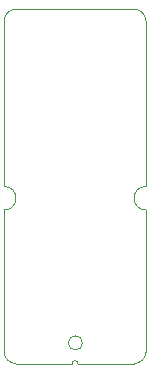
<source format=gm1>
G04 #@! TF.GenerationSoftware,KiCad,Pcbnew,(5.0.1-3-g963ef8bb5)*
G04 #@! TF.CreationDate,2018-11-23T17:34:31+10:30*
G04 #@! TF.ProjectId,electric-greetings,656C6563747269632D6772656574696E,1.0.0*
G04 #@! TF.SameCoordinates,Original*
G04 #@! TF.FileFunction,Profile,NP*
%FSLAX46Y46*%
G04 Gerber Fmt 4.6, Leading zero omitted, Abs format (unit mm)*
G04 Created by KiCad (PCBNEW (5.0.1-3-g963ef8bb5)) date Friday, 23 November 2018 at 05:34:31 pm*
%MOMM*%
%LPD*%
G01*
G04 APERTURE LIST*
%ADD10C,0.100000*%
G04 APERTURE END LIST*
D10*
X106632500Y-98257500D02*
G75*
G03X106632500Y-98257500I-600000J0D01*
G01*
X111000000Y-100000000D02*
X106250000Y-100000000D01*
X105750000Y-100000000D02*
G75*
G02X106250000Y-100000000I250000J0D01*
G01*
X100000000Y-71000000D02*
X100000000Y-85000000D01*
X100000000Y-85000000D02*
G75*
G02X100000000Y-87000000I0J-1000000D01*
G01*
X112000000Y-87000000D02*
X112000000Y-99000000D01*
X112000000Y-87000000D02*
G75*
G02X112000000Y-85000000I0J1000000D01*
G01*
X111000000Y-70000000D02*
G75*
G02X112000000Y-71000000I0J-1000000D01*
G01*
X100000000Y-71000000D02*
G75*
G02X101000000Y-70000000I1000000J0D01*
G01*
X112000000Y-99000000D02*
G75*
G02X111000000Y-100000000I-1000000J0D01*
G01*
X101000000Y-100000000D02*
G75*
G02X100000000Y-99000000I0J1000000D01*
G01*
X105750000Y-100000000D02*
X101000000Y-100000000D01*
X112000000Y-71000000D02*
X112000000Y-85000000D01*
X101000000Y-70000000D02*
X111000000Y-70000000D01*
X100000000Y-87000000D02*
X100000000Y-99000000D01*
M02*

</source>
